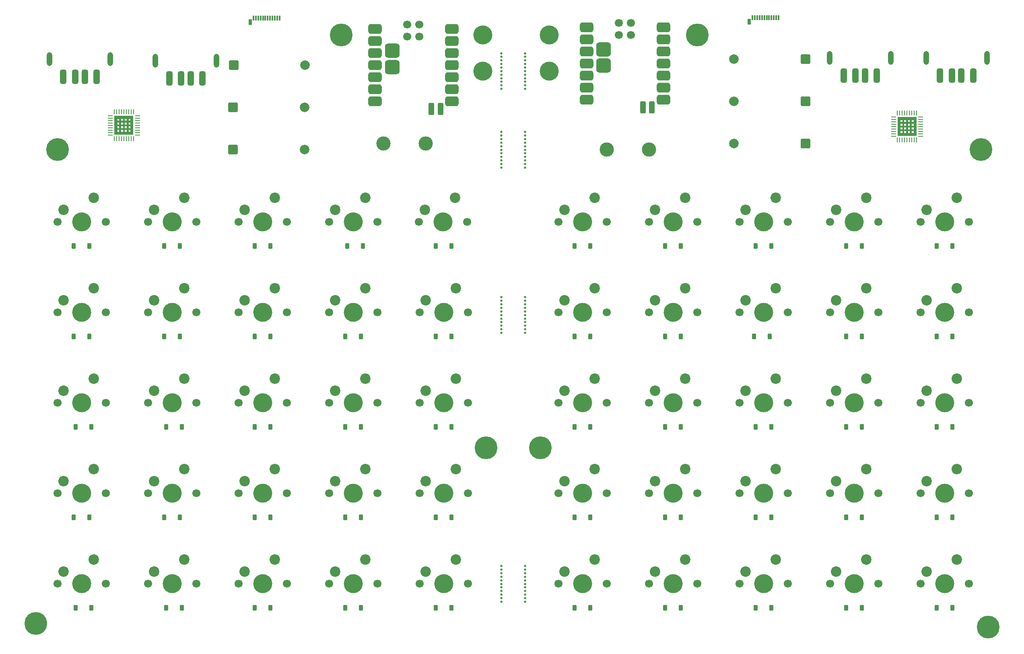
<source format=gbr>
%TF.GenerationSoftware,KiCad,Pcbnew,9.0.2*%
%TF.CreationDate,2025-10-05T12:30:13-05:00*%
%TF.ProjectId,keeb,6b656562-2e6b-4696-9361-645f70636258,rev?*%
%TF.SameCoordinates,Original*%
%TF.FileFunction,Soldermask,Top*%
%TF.FilePolarity,Negative*%
%FSLAX46Y46*%
G04 Gerber Fmt 4.6, Leading zero omitted, Abs format (unit mm)*
G04 Created by KiCad (PCBNEW 9.0.2) date 2025-10-05 12:30:13*
%MOMM*%
%LPD*%
G01*
G04 APERTURE LIST*
G04 Aperture macros list*
%AMRoundRect*
0 Rectangle with rounded corners*
0 $1 Rounding radius*
0 $2 $3 $4 $5 $6 $7 $8 $9 X,Y pos of 4 corners*
0 Add a 4 corners polygon primitive as box body*
4,1,4,$2,$3,$4,$5,$6,$7,$8,$9,$2,$3,0*
0 Add four circle primitives for the rounded corners*
1,1,$1+$1,$2,$3*
1,1,$1+$1,$4,$5*
1,1,$1+$1,$6,$7*
1,1,$1+$1,$8,$9*
0 Add four rect primitives between the rounded corners*
20,1,$1+$1,$2,$3,$4,$5,0*
20,1,$1+$1,$4,$5,$6,$7,0*
20,1,$1+$1,$6,$7,$8,$9,0*
20,1,$1+$1,$8,$9,$2,$3,0*%
G04 Aperture macros list end*
%ADD10C,0.000000*%
%ADD11R,1.066800X0.254000*%
%ADD12R,0.254000X1.066800*%
%ADD13C,1.700000*%
%ADD14C,4.000000*%
%ADD15C,2.200000*%
%ADD16C,3.000000*%
%ADD17RoundRect,0.225000X-0.225000X-0.375000X0.225000X-0.375000X0.225000X0.375000X-0.225000X0.375000X0*%
%ADD18C,4.800000*%
%ADD19RoundRect,0.325000X0.325000X1.175000X-0.325000X1.175000X-0.325000X-1.175000X0.325000X-1.175000X0*%
%ADD20O,1.200000X2.900000*%
%ADD21RoundRect,0.250000X0.750000X0.750000X-0.750000X0.750000X-0.750000X-0.750000X0.750000X-0.750000X0*%
%ADD22C,2.000000*%
%ADD23RoundRect,0.250000X-0.750000X-0.750000X0.750000X-0.750000X0.750000X0.750000X-0.750000X0.750000X0*%
%ADD24C,0.500000*%
%ADD25RoundRect,0.525400X-0.900400X-0.525400X0.900400X-0.525400X0.900400X0.525400X-0.900400X0.525400X0*%
%ADD26RoundRect,0.775400X0.775400X0.775400X-0.775400X0.775400X-0.775400X-0.775400X0.775400X-0.775400X0*%
%ADD27RoundRect,0.300400X-0.300400X1.000400X-0.300400X-1.000400X0.300400X-1.000400X0.300400X1.000400X0*%
%ADD28R,0.380000X1.000000*%
%ADD29R,0.700000X1.150000*%
G04 APERTURE END LIST*
D10*
%TO.C,U4*%
G36*
X55768900Y-54063900D02*
G01*
X55156100Y-54063900D01*
X55156100Y-50076100D01*
X55768900Y-50076100D01*
X55768900Y-54063900D01*
G37*
G36*
X59143900Y-50688900D02*
G01*
X55156100Y-50688900D01*
X55156100Y-50076100D01*
X59143900Y-50076100D01*
X59143900Y-50688900D01*
G37*
G36*
X59143900Y-51476300D02*
G01*
X55156100Y-51476300D01*
X55156100Y-51088900D01*
X59143900Y-51088900D01*
X59143900Y-51476300D01*
G37*
G36*
X59143900Y-52263700D02*
G01*
X55156100Y-52263700D01*
X55156100Y-51876300D01*
X59143900Y-51876300D01*
X59143900Y-52263700D01*
G37*
G36*
X59143900Y-53051100D02*
G01*
X55156100Y-53051100D01*
X55156100Y-52663700D01*
X59143900Y-52663700D01*
X59143900Y-53051100D01*
G37*
G36*
X59143900Y-54063900D02*
G01*
X55156100Y-54063900D01*
X55156100Y-53451100D01*
X59143900Y-53451100D01*
X59143900Y-54063900D01*
G37*
G36*
X56556300Y-54063900D02*
G01*
X56168900Y-54063900D01*
X56168900Y-50076100D01*
X56556300Y-50076100D01*
X56556300Y-54063900D01*
G37*
G36*
X57343700Y-54063900D02*
G01*
X56956300Y-54063900D01*
X56956300Y-50076100D01*
X57343700Y-50076100D01*
X57343700Y-54063900D01*
G37*
G36*
X58131100Y-54063900D02*
G01*
X57743700Y-54063900D01*
X57743700Y-50076100D01*
X58131100Y-50076100D01*
X58131100Y-54063900D01*
G37*
G36*
X59143900Y-54063900D02*
G01*
X58531100Y-54063900D01*
X58531100Y-50076100D01*
X59143900Y-50076100D01*
X59143900Y-54063900D01*
G37*
%TO.C,U3*%
G36*
X220564100Y-54317900D02*
G01*
X219951300Y-54317900D01*
X219951300Y-50330100D01*
X220564100Y-50330100D01*
X220564100Y-54317900D01*
G37*
G36*
X223939100Y-50942900D02*
G01*
X219951300Y-50942900D01*
X219951300Y-50330100D01*
X223939100Y-50330100D01*
X223939100Y-50942900D01*
G37*
G36*
X223939100Y-51730300D02*
G01*
X219951300Y-51730300D01*
X219951300Y-51342900D01*
X223939100Y-51342900D01*
X223939100Y-51730300D01*
G37*
G36*
X223939100Y-52517700D02*
G01*
X219951300Y-52517700D01*
X219951300Y-52130300D01*
X223939100Y-52130300D01*
X223939100Y-52517700D01*
G37*
G36*
X223939100Y-53305100D02*
G01*
X219951300Y-53305100D01*
X219951300Y-52917700D01*
X223939100Y-52917700D01*
X223939100Y-53305100D01*
G37*
G36*
X223939100Y-54317900D02*
G01*
X219951300Y-54317900D01*
X219951300Y-53705100D01*
X223939100Y-53705100D01*
X223939100Y-54317900D01*
G37*
G36*
X221351500Y-54317900D02*
G01*
X220964100Y-54317900D01*
X220964100Y-50330100D01*
X221351500Y-50330100D01*
X221351500Y-54317900D01*
G37*
G36*
X222138900Y-54317900D02*
G01*
X221751500Y-54317900D01*
X221751500Y-50330100D01*
X222138900Y-50330100D01*
X222138900Y-54317900D01*
G37*
G36*
X222926300Y-54317900D02*
G01*
X222538900Y-54317900D01*
X222538900Y-50330100D01*
X222926300Y-50330100D01*
X222926300Y-54317900D01*
G37*
G36*
X223939100Y-54317900D02*
G01*
X223326300Y-54317900D01*
X223326300Y-50330100D01*
X223939100Y-50330100D01*
X223939100Y-54317900D01*
G37*
%TD*%
D11*
%TO.C,U4*%
X54305200Y-50038000D03*
X54305200Y-50546000D03*
X54305200Y-51054000D03*
X54305200Y-51562000D03*
X54305200Y-52070000D03*
X54305200Y-52578000D03*
X54305200Y-53086000D03*
X54305200Y-53594000D03*
X54305200Y-54102000D03*
D12*
X55118000Y-54914800D03*
X55626000Y-54914800D03*
X56134000Y-54914800D03*
X56642000Y-54914800D03*
X57150000Y-54914800D03*
X57658000Y-54914800D03*
X58166000Y-54914800D03*
X58674000Y-54914800D03*
X59182000Y-54914800D03*
D11*
X59994800Y-54102000D03*
X59994800Y-53594000D03*
X59994800Y-53086000D03*
X59994800Y-52578000D03*
X59994800Y-52070000D03*
X59994800Y-51562000D03*
X59994800Y-51054000D03*
X59994800Y-50546000D03*
X59994800Y-50038000D03*
D12*
X59182000Y-49225200D03*
X58674000Y-49225200D03*
X58166000Y-49225200D03*
X57658000Y-49225200D03*
X57150000Y-49225200D03*
X56642000Y-49225200D03*
X56134000Y-49225200D03*
X55626000Y-49225200D03*
X55118000Y-49225200D03*
%TD*%
D13*
%TO.C,SW43*%
X224790000Y-91440000D03*
D14*
X229870000Y-91440000D03*
D13*
X234950000Y-91440000D03*
D15*
X232410000Y-86360000D03*
X226060000Y-88900000D03*
%TD*%
D13*
%TO.C,SW17*%
X167640000Y-129540000D03*
D14*
X172720000Y-129540000D03*
D13*
X177800000Y-129540000D03*
D15*
X175260000Y-124460000D03*
X168910000Y-127000000D03*
%TD*%
D13*
%TO.C,SW28*%
X81280000Y-129540000D03*
D14*
X86360000Y-129540000D03*
D13*
X91440000Y-129540000D03*
D15*
X88900000Y-124460000D03*
X82550000Y-127000000D03*
%TD*%
D13*
%TO.C,SW33*%
X205740000Y-91440000D03*
D14*
X210820000Y-91440000D03*
D13*
X215900000Y-91440000D03*
D15*
X213360000Y-86360000D03*
X207010000Y-88900000D03*
%TD*%
D16*
%TO.C,TP2*%
X120650000Y-55880000D03*
%TD*%
D13*
%TO.C,SW46*%
X119380000Y-110490000D03*
D14*
X124460000Y-110490000D03*
D13*
X129540000Y-110490000D03*
D15*
X127000000Y-105410000D03*
X120650000Y-107950000D03*
%TD*%
D14*
%TO.C,TP8*%
X132715000Y-40640000D03*
%TD*%
D17*
%TO.C,D26*%
X84710000Y-115570000D03*
X88010000Y-115570000D03*
%TD*%
D13*
%TO.C,SW2*%
X43180000Y-72390000D03*
D14*
X48260000Y-72390000D03*
D13*
X53340000Y-72390000D03*
D15*
X50800000Y-67310000D03*
X44450000Y-69850000D03*
%TD*%
D17*
%TO.C,D7*%
X152020000Y-134620000D03*
X155320000Y-134620000D03*
%TD*%
%TO.C,D19*%
X171070000Y-153670000D03*
X174370000Y-153670000D03*
%TD*%
D13*
%TO.C,SW36*%
X100330000Y-110490000D03*
D14*
X105410000Y-110490000D03*
D13*
X110490000Y-110490000D03*
D15*
X107950000Y-105410000D03*
X101600000Y-107950000D03*
%TD*%
D17*
%TO.C,D27*%
X190120000Y-134620000D03*
X193420000Y-134620000D03*
%TD*%
D13*
%TO.C,SW13*%
X167640000Y-91440000D03*
D14*
X172720000Y-91440000D03*
D13*
X177800000Y-91440000D03*
D15*
X175260000Y-86360000D03*
X168910000Y-88900000D03*
%TD*%
D17*
%TO.C,D22*%
X84710000Y-77470000D03*
X88010000Y-77470000D03*
%TD*%
%TO.C,D31*%
X209170000Y-77470000D03*
X212470000Y-77470000D03*
%TD*%
%TO.C,D18*%
X65660000Y-134620000D03*
X68960000Y-134620000D03*
%TD*%
D18*
%TO.C,H2*%
X102870000Y-33020000D03*
%TD*%
D17*
%TO.C,D46*%
X122810000Y-115570000D03*
X126110000Y-115570000D03*
%TD*%
D19*
%TO.C,J2*%
X51400000Y-41800000D03*
X48900000Y-41800000D03*
X46900000Y-41800000D03*
X44400000Y-41800000D03*
D20*
X54300000Y-38100000D03*
X41500000Y-38100000D03*
%TD*%
D17*
%TO.C,D50*%
X122810000Y-153670000D03*
X126110000Y-153670000D03*
%TD*%
%TO.C,D34*%
X103760000Y-96520000D03*
X107060000Y-96520000D03*
%TD*%
D18*
%TO.C,H3*%
X237490000Y-57150000D03*
%TD*%
D21*
%TO.C,C3*%
X200540000Y-46990000D03*
D22*
X185540000Y-46990000D03*
%TD*%
D17*
%TO.C,D5*%
X152020000Y-115570000D03*
X155320000Y-115570000D03*
%TD*%
D14*
%TO.C,TP7*%
X146685000Y-40640000D03*
%TD*%
D16*
%TO.C,TP3*%
X167640000Y-57150000D03*
%TD*%
D17*
%TO.C,D10*%
X46990000Y-153670000D03*
X50290000Y-153670000D03*
%TD*%
D18*
%TO.C,H8*%
X38608000Y-156972000D03*
%TD*%
D17*
%TO.C,D9*%
X152020000Y-153670000D03*
X155320000Y-153670000D03*
%TD*%
%TO.C,D49*%
X228220000Y-153670000D03*
X231520000Y-153670000D03*
%TD*%
%TO.C,D41*%
X228220000Y-77470000D03*
X231520000Y-77470000D03*
%TD*%
%TO.C,D40*%
X103760000Y-153670000D03*
X107060000Y-153670000D03*
%TD*%
D13*
%TO.C,SW44*%
X119380000Y-91440000D03*
D14*
X124460000Y-91440000D03*
D13*
X129540000Y-91440000D03*
D15*
X127000000Y-86360000D03*
X120650000Y-88900000D03*
%TD*%
D17*
%TO.C,D33*%
X209170000Y-96520000D03*
X212470000Y-96520000D03*
%TD*%
D13*
%TO.C,SW47*%
X224790000Y-129540000D03*
D14*
X229870000Y-129540000D03*
D13*
X234950000Y-129540000D03*
D15*
X232410000Y-124460000D03*
X226060000Y-127000000D03*
%TD*%
D18*
%TO.C,H1*%
X177800000Y-33020000D03*
%TD*%
D13*
%TO.C,SW18*%
X62230000Y-129540000D03*
D14*
X67310000Y-129540000D03*
D13*
X72390000Y-129540000D03*
D15*
X69850000Y-124460000D03*
X63500000Y-127000000D03*
%TD*%
D13*
%TO.C,SW32*%
X100330000Y-72390000D03*
D14*
X105410000Y-72390000D03*
D13*
X110490000Y-72390000D03*
D15*
X107950000Y-67310000D03*
X101600000Y-69850000D03*
%TD*%
D17*
%TO.C,D11*%
X171070000Y-77470000D03*
X174370000Y-77470000D03*
%TD*%
%TO.C,D13*%
X171070000Y-96520000D03*
X174370000Y-96520000D03*
%TD*%
D23*
%TO.C,C2*%
X80130000Y-48260000D03*
D22*
X95130000Y-48260000D03*
%TD*%
D13*
%TO.C,SW5*%
X148590000Y-110490000D03*
D14*
X153670000Y-110490000D03*
D13*
X158750000Y-110490000D03*
D15*
X156210000Y-105410000D03*
X149860000Y-107950000D03*
%TD*%
D17*
%TO.C,D37*%
X209170000Y-134620000D03*
X212470000Y-134620000D03*
%TD*%
%TO.C,D23*%
X189740000Y-96520000D03*
X193040000Y-96520000D03*
%TD*%
D13*
%TO.C,SW26*%
X81280000Y-110490000D03*
D14*
X86360000Y-110490000D03*
D13*
X91440000Y-110490000D03*
D15*
X88900000Y-105410000D03*
X82550000Y-107950000D03*
%TD*%
D16*
%TO.C,TP4*%
X111760000Y-55880000D03*
%TD*%
D24*
%TO.C,H10*%
X136605000Y-152400000D03*
X141605000Y-152400000D03*
X136605000Y-151650000D03*
X136605000Y-151650000D03*
X141605000Y-151650000D03*
X141605000Y-151650000D03*
X136605000Y-150900000D03*
X141605000Y-150900000D03*
X136605000Y-150150000D03*
X141605000Y-150150000D03*
X136605000Y-149400000D03*
X141605000Y-149400000D03*
X136605000Y-148650000D03*
X141605000Y-148650000D03*
X136605000Y-147900000D03*
X141605000Y-147900000D03*
X136605000Y-147150000D03*
X141605000Y-147150000D03*
X136605000Y-146400000D03*
X141605000Y-146400000D03*
X136605000Y-145650000D03*
X141605000Y-145650000D03*
X136605000Y-144900000D03*
X141605000Y-144900000D03*
%TD*%
D17*
%TO.C,D25*%
X190120000Y-115570000D03*
X193420000Y-115570000D03*
%TD*%
D18*
%TO.C,H7*%
X144780000Y-120015000D03*
%TD*%
D13*
%TO.C,SW37*%
X205740000Y-129540000D03*
D14*
X210820000Y-129540000D03*
D13*
X215900000Y-129540000D03*
D15*
X213360000Y-124460000D03*
X207010000Y-127000000D03*
%TD*%
D17*
%TO.C,D20*%
X66040000Y-153670000D03*
X69340000Y-153670000D03*
%TD*%
D25*
%TO.C,U1*%
X154505000Y-31428500D03*
X154505000Y-33968500D03*
X154505000Y-36508500D03*
X154505000Y-39048500D03*
X154505000Y-41588500D03*
X154505000Y-44128500D03*
X154505000Y-46668500D03*
X170670000Y-46668500D03*
X170670000Y-44128500D03*
X170670000Y-41588500D03*
X170670000Y-39048500D03*
X170670000Y-36508500D03*
X170670000Y-33968500D03*
X170670000Y-31428500D03*
D26*
X158115000Y-39448500D03*
X158115000Y-36048500D03*
D27*
X166370000Y-48285400D03*
X168275000Y-48285400D03*
D13*
X161290000Y-30480000D03*
X163830000Y-30480000D03*
X161290000Y-33020000D03*
X163830000Y-33020000D03*
%TD*%
D17*
%TO.C,D36*%
X103760000Y-115570000D03*
X107060000Y-115570000D03*
%TD*%
D13*
%TO.C,SW50*%
X119380000Y-148590000D03*
D14*
X124460000Y-148590000D03*
D13*
X129540000Y-148590000D03*
D15*
X127000000Y-143510000D03*
X120650000Y-146050000D03*
%TD*%
D18*
%TO.C,H5*%
X239014000Y-157734000D03*
%TD*%
D17*
%TO.C,D4*%
X46610000Y-96520000D03*
X49910000Y-96520000D03*
%TD*%
D13*
%TO.C,SW20*%
X62230000Y-148590000D03*
D14*
X67310000Y-148590000D03*
D13*
X72390000Y-148590000D03*
D15*
X69850000Y-143510000D03*
X63500000Y-146050000D03*
%TD*%
D13*
%TO.C,SW3*%
X148590000Y-91440000D03*
D14*
X153670000Y-91440000D03*
D13*
X158750000Y-91440000D03*
D15*
X156210000Y-86360000D03*
X149860000Y-88900000D03*
%TD*%
D14*
%TO.C,TP5*%
X146685000Y-33020000D03*
%TD*%
D21*
%TO.C,C5*%
X200540000Y-55880000D03*
D22*
X185540000Y-55880000D03*
%TD*%
D17*
%TO.C,D48*%
X122810000Y-134620000D03*
X126110000Y-134620000D03*
%TD*%
%TO.C,D16*%
X66040000Y-115570000D03*
X69340000Y-115570000D03*
%TD*%
D13*
%TO.C,SW31*%
X205740000Y-72390000D03*
D14*
X210820000Y-72390000D03*
D13*
X215900000Y-72390000D03*
D15*
X213360000Y-67310000D03*
X207010000Y-69850000D03*
%TD*%
D13*
%TO.C,SW11*%
X167640000Y-72390000D03*
D14*
X172720000Y-72390000D03*
D13*
X177800000Y-72390000D03*
D15*
X175260000Y-67310000D03*
X168910000Y-69850000D03*
%TD*%
D11*
%TO.C,U3*%
X219100400Y-50292000D03*
X219100400Y-50800000D03*
X219100400Y-51308000D03*
X219100400Y-51816000D03*
X219100400Y-52324000D03*
X219100400Y-52832000D03*
X219100400Y-53340000D03*
X219100400Y-53848000D03*
X219100400Y-54356000D03*
D12*
X219913200Y-55168800D03*
X220421200Y-55168800D03*
X220929200Y-55168800D03*
X221437200Y-55168800D03*
X221945200Y-55168800D03*
X222453200Y-55168800D03*
X222961200Y-55168800D03*
X223469200Y-55168800D03*
X223977200Y-55168800D03*
D11*
X224790000Y-54356000D03*
X224790000Y-53848000D03*
X224790000Y-53340000D03*
X224790000Y-52832000D03*
X224790000Y-52324000D03*
X224790000Y-51816000D03*
X224790000Y-51308000D03*
X224790000Y-50800000D03*
X224790000Y-50292000D03*
D12*
X223977200Y-49479200D03*
X223469200Y-49479200D03*
X222961200Y-49479200D03*
X222453200Y-49479200D03*
X221945200Y-49479200D03*
X221437200Y-49479200D03*
X220929200Y-49479200D03*
X220421200Y-49479200D03*
X219913200Y-49479200D03*
%TD*%
D13*
%TO.C,SW38*%
X100330000Y-129540000D03*
D14*
X105410000Y-129540000D03*
D13*
X110490000Y-129540000D03*
D15*
X107950000Y-124460000D03*
X101600000Y-127000000D03*
%TD*%
D17*
%TO.C,D32*%
X104140000Y-77470000D03*
X107440000Y-77470000D03*
%TD*%
D21*
%TO.C,C1*%
X200540000Y-38100000D03*
D22*
X185540000Y-38100000D03*
%TD*%
D17*
%TO.C,D39*%
X209170000Y-153670000D03*
X212470000Y-153670000D03*
%TD*%
%TO.C,D17*%
X171070000Y-134620000D03*
X174370000Y-134620000D03*
%TD*%
D13*
%TO.C,SW35*%
X205740000Y-110490000D03*
D14*
X210820000Y-110490000D03*
D13*
X215900000Y-110490000D03*
D15*
X213360000Y-105410000D03*
X207010000Y-107950000D03*
%TD*%
D25*
%TO.C,U2*%
X110000000Y-31750000D03*
X110000000Y-34290000D03*
X110000000Y-36830000D03*
X110000000Y-39370000D03*
X110000000Y-41910000D03*
X110000000Y-44450000D03*
X110000000Y-46990000D03*
X126165000Y-46990000D03*
X126165000Y-44450000D03*
X126165000Y-41910000D03*
X126165000Y-39370000D03*
X126165000Y-36830000D03*
X126165000Y-34290000D03*
X126165000Y-31750000D03*
D26*
X113610000Y-39770000D03*
X113610000Y-36370000D03*
D27*
X121865000Y-48606900D03*
X123770000Y-48606900D03*
D13*
X116785000Y-30801500D03*
X119325000Y-30801500D03*
X116785000Y-33341500D03*
X119325000Y-33341500D03*
%TD*%
D24*
%TO.C,H12*%
X136605000Y-44390000D03*
X141605000Y-44390000D03*
X136605000Y-43640000D03*
X136605000Y-43640000D03*
X141605000Y-43640000D03*
X141605000Y-43640000D03*
X136605000Y-42890000D03*
X141605000Y-42890000D03*
X136605000Y-42140000D03*
X141605000Y-42140000D03*
X136605000Y-41390000D03*
X141605000Y-41390000D03*
X136605000Y-40640000D03*
X141605000Y-40640000D03*
X136605000Y-39890000D03*
X141605000Y-39890000D03*
X136605000Y-39140000D03*
X141605000Y-39140000D03*
X136605000Y-38390000D03*
X141605000Y-38390000D03*
X136605000Y-37640000D03*
X141605000Y-37640000D03*
X136605000Y-36890000D03*
X141605000Y-36890000D03*
%TD*%
D17*
%TO.C,D6*%
X46990000Y-115570000D03*
X50290000Y-115570000D03*
%TD*%
%TO.C,D2*%
X46610000Y-77470000D03*
X49910000Y-77470000D03*
%TD*%
D13*
%TO.C,SW10*%
X43180000Y-148590000D03*
D14*
X48260000Y-148590000D03*
D13*
X53340000Y-148590000D03*
D15*
X50800000Y-143510000D03*
X44450000Y-146050000D03*
%TD*%
D13*
%TO.C,SW4*%
X43180000Y-91440000D03*
D14*
X48260000Y-91440000D03*
D13*
X53340000Y-91440000D03*
D15*
X50800000Y-86360000D03*
X44450000Y-88900000D03*
%TD*%
D13*
%TO.C,SW48*%
X119380000Y-129540000D03*
D14*
X124460000Y-129540000D03*
D13*
X129540000Y-129540000D03*
D15*
X127000000Y-124460000D03*
X120650000Y-127000000D03*
%TD*%
D18*
%TO.C,H6*%
X133350000Y-120015000D03*
%TD*%
D13*
%TO.C,SW9*%
X148590000Y-148590000D03*
D14*
X153670000Y-148590000D03*
D13*
X158750000Y-148590000D03*
D15*
X156210000Y-143510000D03*
X149860000Y-146050000D03*
%TD*%
D13*
%TO.C,SW29*%
X186690000Y-148590000D03*
D14*
X191770000Y-148590000D03*
D13*
X196850000Y-148590000D03*
D15*
X194310000Y-143510000D03*
X187960000Y-146050000D03*
%TD*%
D23*
%TO.C,C4*%
X80250000Y-39370000D03*
D22*
X95250000Y-39370000D03*
%TD*%
D17*
%TO.C,D45*%
X228220000Y-115570000D03*
X231520000Y-115570000D03*
%TD*%
D13*
%TO.C,SW27*%
X186690000Y-129540000D03*
D14*
X191770000Y-129540000D03*
D13*
X196850000Y-129540000D03*
D15*
X194310000Y-124460000D03*
X187960000Y-127000000D03*
%TD*%
D28*
%TO.C,P2*%
X84408000Y-29464000D03*
X84908000Y-29464000D03*
X85408000Y-29464000D03*
X85908000Y-29464000D03*
X86408000Y-29464000D03*
X86908000Y-29464000D03*
X87408000Y-29464000D03*
X87908000Y-29464000D03*
X88408000Y-29464000D03*
X88908000Y-29464000D03*
X89408000Y-29464000D03*
X89908000Y-29464000D03*
D29*
X83738000Y-30304000D03*
%TD*%
D13*
%TO.C,SW8*%
X43180000Y-129540000D03*
D14*
X48260000Y-129540000D03*
D13*
X53340000Y-129540000D03*
D15*
X50800000Y-124460000D03*
X44450000Y-127000000D03*
%TD*%
D13*
%TO.C,SW39*%
X205740000Y-148590000D03*
D14*
X210820000Y-148590000D03*
D13*
X215900000Y-148590000D03*
D15*
X213360000Y-143510000D03*
X207010000Y-146050000D03*
%TD*%
D13*
%TO.C,SW24*%
X81280000Y-91440000D03*
D14*
X86360000Y-91440000D03*
D13*
X91440000Y-91440000D03*
D15*
X88900000Y-86360000D03*
X82550000Y-88900000D03*
%TD*%
D17*
%TO.C,D24*%
X84710000Y-96520000D03*
X88010000Y-96520000D03*
%TD*%
%TO.C,D28*%
X84710000Y-134620000D03*
X88010000Y-134620000D03*
%TD*%
D19*
%TO.C,J3*%
X215590000Y-41540000D03*
X213090000Y-41540000D03*
X211090000Y-41540000D03*
X208590000Y-41540000D03*
D20*
X218490000Y-37840000D03*
X205690000Y-37840000D03*
%TD*%
D17*
%TO.C,D44*%
X122810000Y-96520000D03*
X126110000Y-96520000D03*
%TD*%
D13*
%TO.C,SW30*%
X81280000Y-148590000D03*
D14*
X86360000Y-148590000D03*
D13*
X91440000Y-148590000D03*
D15*
X88900000Y-143510000D03*
X82550000Y-146050000D03*
%TD*%
D13*
%TO.C,SW34*%
X100330000Y-91440000D03*
D14*
X105410000Y-91440000D03*
D13*
X110490000Y-91440000D03*
D15*
X107950000Y-86360000D03*
X101600000Y-88900000D03*
%TD*%
D17*
%TO.C,D43*%
X228220000Y-96520000D03*
X231520000Y-96520000D03*
%TD*%
D13*
%TO.C,SW49*%
X224790000Y-148590000D03*
D14*
X229870000Y-148590000D03*
D13*
X234950000Y-148590000D03*
D15*
X232410000Y-143510000D03*
X226060000Y-146050000D03*
%TD*%
D13*
%TO.C,SW40*%
X100330000Y-148590000D03*
D14*
X105410000Y-148590000D03*
D13*
X110490000Y-148590000D03*
D15*
X107950000Y-143510000D03*
X101600000Y-146050000D03*
%TD*%
D17*
%TO.C,D21*%
X190120000Y-77470000D03*
X193420000Y-77470000D03*
%TD*%
D13*
%TO.C,SW21*%
X186690000Y-72390000D03*
D14*
X191770000Y-72390000D03*
D13*
X196850000Y-72390000D03*
D15*
X194310000Y-67310000D03*
X187960000Y-69850000D03*
%TD*%
D18*
%TO.C,H4*%
X43180000Y-57150000D03*
%TD*%
D17*
%TO.C,D38*%
X103760000Y-134620000D03*
X107060000Y-134620000D03*
%TD*%
%TO.C,D12*%
X65660000Y-77470000D03*
X68960000Y-77470000D03*
%TD*%
D13*
%TO.C,SW19*%
X167640000Y-148590000D03*
D14*
X172720000Y-148590000D03*
D13*
X177800000Y-148590000D03*
D15*
X175260000Y-143510000D03*
X168910000Y-146050000D03*
%TD*%
D17*
%TO.C,D30*%
X84710000Y-153670000D03*
X88010000Y-153670000D03*
%TD*%
D24*
%TO.C,H9*%
X136605000Y-95765000D03*
X141605000Y-95765000D03*
X136605000Y-95015000D03*
X136605000Y-95015000D03*
X141605000Y-95015000D03*
X141605000Y-95015000D03*
X136605000Y-94265000D03*
X141605000Y-94265000D03*
X136605000Y-93515000D03*
X141605000Y-93515000D03*
X136605000Y-92765000D03*
X141605000Y-92765000D03*
X136605000Y-92015000D03*
X141605000Y-92015000D03*
X136605000Y-91265000D03*
X141605000Y-91265000D03*
X136605000Y-90515000D03*
X141605000Y-90515000D03*
X136605000Y-89765000D03*
X141605000Y-89765000D03*
X136605000Y-89015000D03*
X141605000Y-89015000D03*
X136605000Y-88265000D03*
X141605000Y-88265000D03*
%TD*%
D19*
%TO.C,J1*%
X235860000Y-41540000D03*
X233360000Y-41540000D03*
X231360000Y-41540000D03*
X228860000Y-41540000D03*
D20*
X238760000Y-37840000D03*
X225960000Y-37840000D03*
%TD*%
D17*
%TO.C,D29*%
X190120000Y-153670000D03*
X193420000Y-153670000D03*
%TD*%
D13*
%TO.C,SW41*%
X224790000Y-72390000D03*
D14*
X229870000Y-72390000D03*
D13*
X234950000Y-72390000D03*
D15*
X232410000Y-67310000D03*
X226060000Y-69850000D03*
%TD*%
D13*
%TO.C,SW42*%
X119230000Y-72390000D03*
D14*
X124310000Y-72390000D03*
D13*
X129390000Y-72390000D03*
D15*
X126850000Y-67310000D03*
X120500000Y-69850000D03*
%TD*%
D13*
%TO.C,SW7*%
X148590000Y-129540000D03*
D14*
X153670000Y-129540000D03*
D13*
X158750000Y-129540000D03*
D15*
X156210000Y-124460000D03*
X149860000Y-127000000D03*
%TD*%
D13*
%TO.C,SW22*%
X81280000Y-72390000D03*
D14*
X86360000Y-72390000D03*
D13*
X91440000Y-72390000D03*
D15*
X88900000Y-67310000D03*
X82550000Y-69850000D03*
%TD*%
D23*
%TO.C,C6*%
X80130000Y-57150000D03*
D22*
X95130000Y-57150000D03*
%TD*%
D17*
%TO.C,D15*%
X171070000Y-115570000D03*
X174370000Y-115570000D03*
%TD*%
D24*
%TO.C,H14*%
X136605000Y-60960000D03*
X141605000Y-60960000D03*
X136605000Y-60210000D03*
X136605000Y-60210000D03*
X141605000Y-60210000D03*
X141605000Y-60210000D03*
X136605000Y-59460000D03*
X141605000Y-59460000D03*
X136605000Y-58710000D03*
X141605000Y-58710000D03*
X136605000Y-57960000D03*
X141605000Y-57960000D03*
X136605000Y-57210000D03*
X141605000Y-57210000D03*
X136605000Y-56460000D03*
X141605000Y-56460000D03*
X136605000Y-55710000D03*
X141605000Y-55710000D03*
X136605000Y-54960000D03*
X141605000Y-54960000D03*
X136605000Y-54210000D03*
X141605000Y-54210000D03*
X136605000Y-53460000D03*
X141605000Y-53460000D03*
%TD*%
D17*
%TO.C,D1*%
X152020000Y-77470000D03*
X155320000Y-77470000D03*
%TD*%
D13*
%TO.C,SW12*%
X62230000Y-72390000D03*
D14*
X67310000Y-72390000D03*
D13*
X72390000Y-72390000D03*
D15*
X69850000Y-67310000D03*
X63500000Y-69850000D03*
%TD*%
D17*
%TO.C,D47*%
X228220000Y-134620000D03*
X231520000Y-134620000D03*
%TD*%
D19*
%TO.C,J4*%
X73700000Y-42175000D03*
X71200000Y-42175000D03*
X69200000Y-42175000D03*
X66700000Y-42175000D03*
D20*
X76600000Y-38475000D03*
X63800000Y-38475000D03*
%TD*%
D13*
%TO.C,SW14*%
X62230000Y-91440000D03*
D14*
X67310000Y-91440000D03*
D13*
X72390000Y-91440000D03*
D15*
X69850000Y-86360000D03*
X63500000Y-88900000D03*
%TD*%
D28*
%TO.C,P1*%
X189410000Y-29390000D03*
X189910000Y-29390000D03*
X190410000Y-29390000D03*
X190910000Y-29390000D03*
X191410000Y-29390000D03*
X191910000Y-29390000D03*
X192410000Y-29390000D03*
X192910000Y-29390000D03*
X193410000Y-29390000D03*
X193910000Y-29390000D03*
X194410000Y-29390000D03*
X194910000Y-29390000D03*
D29*
X188740000Y-30230000D03*
%TD*%
D14*
%TO.C,TP6*%
X132715000Y-33020000D03*
%TD*%
D16*
%TO.C,TP1*%
X158750000Y-57150000D03*
%TD*%
D13*
%TO.C,SW23*%
X186690000Y-91440000D03*
D14*
X191770000Y-91440000D03*
D13*
X196850000Y-91440000D03*
D15*
X194310000Y-86360000D03*
X187960000Y-88900000D03*
%TD*%
D13*
%TO.C,SW16*%
X62230000Y-110490000D03*
D14*
X67310000Y-110490000D03*
D13*
X72390000Y-110490000D03*
D15*
X69850000Y-105410000D03*
X63500000Y-107950000D03*
%TD*%
D17*
%TO.C,D8*%
X46610000Y-134620000D03*
X49910000Y-134620000D03*
%TD*%
D13*
%TO.C,SW6*%
X43180000Y-110490000D03*
D14*
X48260000Y-110490000D03*
D13*
X53340000Y-110490000D03*
D15*
X50800000Y-105410000D03*
X44450000Y-107950000D03*
%TD*%
D13*
%TO.C,SW15*%
X167640000Y-110490000D03*
D14*
X172720000Y-110490000D03*
D13*
X177800000Y-110490000D03*
D15*
X175260000Y-105410000D03*
X168910000Y-107950000D03*
%TD*%
D17*
%TO.C,D35*%
X209170000Y-115570000D03*
X212470000Y-115570000D03*
%TD*%
%TO.C,D3*%
X152020000Y-96520000D03*
X155320000Y-96520000D03*
%TD*%
D13*
%TO.C,SW1*%
X148590000Y-72390000D03*
D14*
X153670000Y-72390000D03*
D13*
X158750000Y-72390000D03*
D15*
X156210000Y-67310000D03*
X149860000Y-69850000D03*
%TD*%
D17*
%TO.C,D42*%
X122810000Y-77470000D03*
X126110000Y-77470000D03*
%TD*%
%TO.C,D14*%
X65660000Y-96520000D03*
X68960000Y-96520000D03*
%TD*%
D13*
%TO.C,SW45*%
X224790000Y-110490000D03*
D14*
X229870000Y-110490000D03*
D13*
X234950000Y-110490000D03*
D15*
X232410000Y-105410000D03*
X226060000Y-107950000D03*
%TD*%
D13*
%TO.C,SW25*%
X186690000Y-110490000D03*
D14*
X191770000Y-110490000D03*
D13*
X196850000Y-110490000D03*
D15*
X194310000Y-105410000D03*
X187960000Y-107950000D03*
%TD*%
M02*

</source>
